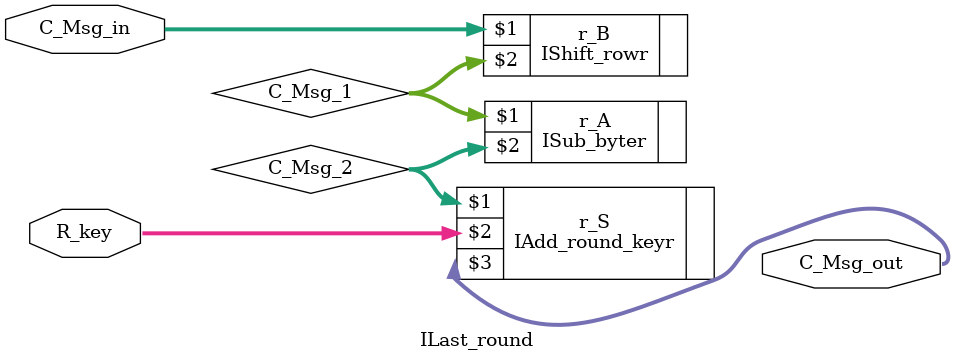
<source format=v>
module ILast_round (C_Msg_in, R_key, C_Msg_out);

input  [0:127] C_Msg_in;
input  [0:127] R_key;
output [0:127] C_Msg_out;

wire [0:127] C_Msg_1, C_Msg_2, C_Msg_3;

IShift_rowr     r_B (C_Msg_in, C_Msg_1);
ISub_byter      r_A (C_Msg_1, C_Msg_2);
IAdd_round_keyr r_S (C_Msg_2, R_key, C_Msg_out);

endmodule

</source>
